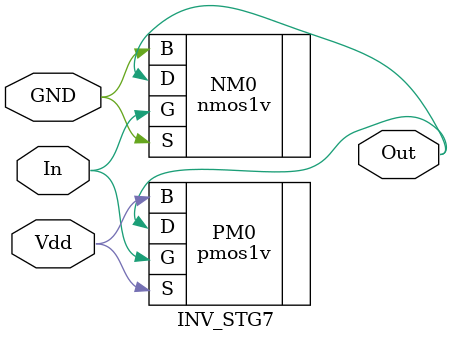
<source format=v>

module INV_STG7 (
GND,Vdd,In,Out );
input  GND;
input  Vdd;
input  In;
output  Out;
wire Vdd;
wire In;
wire GND;
wire Out;

nmos1v    
 NM0  ( .S( GND ), .G( In ), .B( GND ), .D( Out ) );

pmos1v    
 PM0  ( .S( Vdd ), .G( In ), .B( Vdd ), .D( Out ) );

endmodule


</source>
